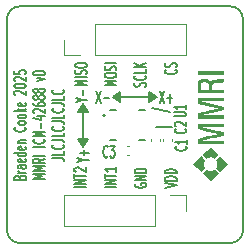
<source format=gbr>
%TF.GenerationSoftware,KiCad,Pcbnew,7.0.10*%
%TF.CreationDate,2025-02-08T17:23:52-05:00*%
%TF.ProjectId,pcb2,70636232-2e6b-4696-9361-645f70636258,rev?*%
%TF.SameCoordinates,Original*%
%TF.FileFunction,Legend,Top*%
%TF.FilePolarity,Positive*%
%FSLAX46Y46*%
G04 Gerber Fmt 4.6, Leading zero omitted, Abs format (unit mm)*
G04 Created by KiCad (PCBNEW 7.0.10) date 2025-02-08 17:23:52*
%MOMM*%
%LPD*%
G01*
G04 APERTURE LIST*
%ADD10C,0.150000*%
%ADD11C,0.200000*%
%ADD12C,0.127000*%
%ADD13C,0.120000*%
G04 APERTURE END LIST*
D10*
X156093628Y-101521428D02*
X156569819Y-101521428D01*
X155569819Y-101721428D02*
X156093628Y-101521428D01*
X156093628Y-101521428D02*
X155569819Y-101321428D01*
X156188866Y-101121427D02*
X156188866Y-100664285D01*
X157328571Y-100746569D02*
X157728571Y-101746569D01*
X157728571Y-100746569D02*
X157328571Y-101746569D01*
X157957143Y-101365616D02*
X158414286Y-101365616D01*
X161750000Y-101275000D02*
X159350000Y-101275000D01*
X156193628Y-106621428D02*
X156669819Y-106621428D01*
X155669819Y-106821428D02*
X156193628Y-106621428D01*
X156193628Y-106621428D02*
X155669819Y-106421428D01*
X156288866Y-106221427D02*
X156288866Y-105764285D01*
X156669819Y-105992856D02*
X155907914Y-105992856D01*
X162678571Y-100746569D02*
X163078571Y-101746569D01*
X163078571Y-100746569D02*
X162678571Y-101746569D01*
X163307143Y-101365616D02*
X163764286Y-101365616D01*
X163535714Y-101746569D02*
X163535714Y-100984664D01*
X156200000Y-104950000D02*
X156200000Y-102550000D01*
X156600000Y-102550000D02*
X155750000Y-102550000D01*
X156200000Y-101900000D01*
X156600000Y-102550000D01*
G36*
X156600000Y-102550000D02*
G01*
X155750000Y-102550000D01*
X156200000Y-101900000D01*
X156600000Y-102550000D01*
G37*
X156200000Y-105500000D02*
X155800000Y-104850000D01*
X156650000Y-104850000D01*
X156200000Y-105500000D01*
G36*
X156200000Y-105500000D02*
G01*
X155800000Y-104850000D01*
X156650000Y-104850000D01*
X156200000Y-105500000D01*
G37*
X159350000Y-101700000D02*
X158700000Y-101250000D01*
X159350000Y-100850000D01*
X159350000Y-101700000D01*
G36*
X159350000Y-101700000D02*
G01*
X158700000Y-101250000D01*
X159350000Y-100850000D01*
X159350000Y-101700000D01*
G37*
X162450000Y-101300000D02*
X161800000Y-101700000D01*
X161800000Y-100850000D01*
X162450000Y-101300000D01*
G36*
X162450000Y-101300000D02*
G01*
X161800000Y-101700000D01*
X161800000Y-100850000D01*
X162450000Y-101300000D01*
G37*
X163700000Y-103800000D02*
X162400000Y-103850000D01*
D11*
X163600000Y-102550000D02*
X162000000Y-102200000D01*
D10*
X149750000Y-112550000D02*
G75*
G03*
X150850000Y-113650000I1100000J0D01*
G01*
X168650000Y-113650000D02*
G75*
G03*
X169750000Y-112550000I0J1100000D01*
G01*
X168650000Y-113650000D02*
X150850000Y-113650000D01*
X150850000Y-93600000D02*
G75*
G03*
X149750000Y-94700000I0J-1100000D01*
G01*
X149750000Y-112550000D02*
X149750000Y-94700000D01*
X169750000Y-94700000D02*
G75*
G03*
X168650000Y-93600000I-1100000J0D01*
G01*
X169750000Y-94700000D02*
X169750000Y-112550000D01*
X150850000Y-93600000D02*
X168650000Y-93600000D01*
X164024580Y-98957142D02*
X164072200Y-98985714D01*
X164072200Y-98985714D02*
X164119819Y-99071428D01*
X164119819Y-99071428D02*
X164119819Y-99128571D01*
X164119819Y-99128571D02*
X164072200Y-99214285D01*
X164072200Y-99214285D02*
X163976961Y-99271428D01*
X163976961Y-99271428D02*
X163881723Y-99299999D01*
X163881723Y-99299999D02*
X163691247Y-99328571D01*
X163691247Y-99328571D02*
X163548390Y-99328571D01*
X163548390Y-99328571D02*
X163357914Y-99299999D01*
X163357914Y-99299999D02*
X163262676Y-99271428D01*
X163262676Y-99271428D02*
X163167438Y-99214285D01*
X163167438Y-99214285D02*
X163119819Y-99128571D01*
X163119819Y-99128571D02*
X163119819Y-99071428D01*
X163119819Y-99071428D02*
X163167438Y-98985714D01*
X163167438Y-98985714D02*
X163215057Y-98957142D01*
X164072200Y-98728571D02*
X164119819Y-98642857D01*
X164119819Y-98642857D02*
X164119819Y-98499999D01*
X164119819Y-98499999D02*
X164072200Y-98442857D01*
X164072200Y-98442857D02*
X164024580Y-98414285D01*
X164024580Y-98414285D02*
X163929342Y-98385714D01*
X163929342Y-98385714D02*
X163834104Y-98385714D01*
X163834104Y-98385714D02*
X163738866Y-98414285D01*
X163738866Y-98414285D02*
X163691247Y-98442857D01*
X163691247Y-98442857D02*
X163643628Y-98499999D01*
X163643628Y-98499999D02*
X163596009Y-98614285D01*
X163596009Y-98614285D02*
X163548390Y-98671428D01*
X163548390Y-98671428D02*
X163500771Y-98699999D01*
X163500771Y-98699999D02*
X163405533Y-98728571D01*
X163405533Y-98728571D02*
X163310295Y-98728571D01*
X163310295Y-98728571D02*
X163215057Y-98699999D01*
X163215057Y-98699999D02*
X163167438Y-98671428D01*
X163167438Y-98671428D02*
X163119819Y-98614285D01*
X163119819Y-98614285D02*
X163119819Y-98471428D01*
X163119819Y-98471428D02*
X163167438Y-98385714D01*
X159019819Y-100299998D02*
X158019819Y-100299998D01*
X158019819Y-100299998D02*
X158734104Y-100099998D01*
X158734104Y-100099998D02*
X158019819Y-99899998D01*
X158019819Y-99899998D02*
X159019819Y-99899998D01*
X158019819Y-99499999D02*
X158019819Y-99385713D01*
X158019819Y-99385713D02*
X158067438Y-99328570D01*
X158067438Y-99328570D02*
X158162676Y-99271427D01*
X158162676Y-99271427D02*
X158353152Y-99242856D01*
X158353152Y-99242856D02*
X158686485Y-99242856D01*
X158686485Y-99242856D02*
X158876961Y-99271427D01*
X158876961Y-99271427D02*
X158972200Y-99328570D01*
X158972200Y-99328570D02*
X159019819Y-99385713D01*
X159019819Y-99385713D02*
X159019819Y-99499999D01*
X159019819Y-99499999D02*
X158972200Y-99557142D01*
X158972200Y-99557142D02*
X158876961Y-99614284D01*
X158876961Y-99614284D02*
X158686485Y-99642856D01*
X158686485Y-99642856D02*
X158353152Y-99642856D01*
X158353152Y-99642856D02*
X158162676Y-99614284D01*
X158162676Y-99614284D02*
X158067438Y-99557142D01*
X158067438Y-99557142D02*
X158019819Y-99499999D01*
X158972200Y-99014285D02*
X159019819Y-98928571D01*
X159019819Y-98928571D02*
X159019819Y-98785713D01*
X159019819Y-98785713D02*
X158972200Y-98728571D01*
X158972200Y-98728571D02*
X158924580Y-98699999D01*
X158924580Y-98699999D02*
X158829342Y-98671428D01*
X158829342Y-98671428D02*
X158734104Y-98671428D01*
X158734104Y-98671428D02*
X158638866Y-98699999D01*
X158638866Y-98699999D02*
X158591247Y-98728571D01*
X158591247Y-98728571D02*
X158543628Y-98785713D01*
X158543628Y-98785713D02*
X158496009Y-98899999D01*
X158496009Y-98899999D02*
X158448390Y-98957142D01*
X158448390Y-98957142D02*
X158400771Y-98985713D01*
X158400771Y-98985713D02*
X158305533Y-99014285D01*
X158305533Y-99014285D02*
X158210295Y-99014285D01*
X158210295Y-99014285D02*
X158115057Y-98985713D01*
X158115057Y-98985713D02*
X158067438Y-98957142D01*
X158067438Y-98957142D02*
X158019819Y-98899999D01*
X158019819Y-98899999D02*
X158019819Y-98757142D01*
X158019819Y-98757142D02*
X158067438Y-98671428D01*
X159019819Y-98414284D02*
X158019819Y-98414284D01*
X161472200Y-100414285D02*
X161519819Y-100328571D01*
X161519819Y-100328571D02*
X161519819Y-100185713D01*
X161519819Y-100185713D02*
X161472200Y-100128571D01*
X161472200Y-100128571D02*
X161424580Y-100099999D01*
X161424580Y-100099999D02*
X161329342Y-100071428D01*
X161329342Y-100071428D02*
X161234104Y-100071428D01*
X161234104Y-100071428D02*
X161138866Y-100099999D01*
X161138866Y-100099999D02*
X161091247Y-100128571D01*
X161091247Y-100128571D02*
X161043628Y-100185713D01*
X161043628Y-100185713D02*
X160996009Y-100299999D01*
X160996009Y-100299999D02*
X160948390Y-100357142D01*
X160948390Y-100357142D02*
X160900771Y-100385713D01*
X160900771Y-100385713D02*
X160805533Y-100414285D01*
X160805533Y-100414285D02*
X160710295Y-100414285D01*
X160710295Y-100414285D02*
X160615057Y-100385713D01*
X160615057Y-100385713D02*
X160567438Y-100357142D01*
X160567438Y-100357142D02*
X160519819Y-100299999D01*
X160519819Y-100299999D02*
X160519819Y-100157142D01*
X160519819Y-100157142D02*
X160567438Y-100071428D01*
X161424580Y-99471427D02*
X161472200Y-99499999D01*
X161472200Y-99499999D02*
X161519819Y-99585713D01*
X161519819Y-99585713D02*
X161519819Y-99642856D01*
X161519819Y-99642856D02*
X161472200Y-99728570D01*
X161472200Y-99728570D02*
X161376961Y-99785713D01*
X161376961Y-99785713D02*
X161281723Y-99814284D01*
X161281723Y-99814284D02*
X161091247Y-99842856D01*
X161091247Y-99842856D02*
X160948390Y-99842856D01*
X160948390Y-99842856D02*
X160757914Y-99814284D01*
X160757914Y-99814284D02*
X160662676Y-99785713D01*
X160662676Y-99785713D02*
X160567438Y-99728570D01*
X160567438Y-99728570D02*
X160519819Y-99642856D01*
X160519819Y-99642856D02*
X160519819Y-99585713D01*
X160519819Y-99585713D02*
X160567438Y-99499999D01*
X160567438Y-99499999D02*
X160615057Y-99471427D01*
X161519819Y-98928570D02*
X161519819Y-99214284D01*
X161519819Y-99214284D02*
X160519819Y-99214284D01*
X161519819Y-98728570D02*
X160519819Y-98728570D01*
X161519819Y-98385713D02*
X160948390Y-98642856D01*
X160519819Y-98385713D02*
X161091247Y-98728570D01*
X156519819Y-100299998D02*
X155519819Y-100299998D01*
X155519819Y-100299998D02*
X156234104Y-100099998D01*
X156234104Y-100099998D02*
X155519819Y-99899998D01*
X155519819Y-99899998D02*
X156519819Y-99899998D01*
X156519819Y-99614284D02*
X155519819Y-99614284D01*
X156472200Y-99357142D02*
X156519819Y-99271428D01*
X156519819Y-99271428D02*
X156519819Y-99128570D01*
X156519819Y-99128570D02*
X156472200Y-99071428D01*
X156472200Y-99071428D02*
X156424580Y-99042856D01*
X156424580Y-99042856D02*
X156329342Y-99014285D01*
X156329342Y-99014285D02*
X156234104Y-99014285D01*
X156234104Y-99014285D02*
X156138866Y-99042856D01*
X156138866Y-99042856D02*
X156091247Y-99071428D01*
X156091247Y-99071428D02*
X156043628Y-99128570D01*
X156043628Y-99128570D02*
X155996009Y-99242856D01*
X155996009Y-99242856D02*
X155948390Y-99299999D01*
X155948390Y-99299999D02*
X155900771Y-99328570D01*
X155900771Y-99328570D02*
X155805533Y-99357142D01*
X155805533Y-99357142D02*
X155710295Y-99357142D01*
X155710295Y-99357142D02*
X155615057Y-99328570D01*
X155615057Y-99328570D02*
X155567438Y-99299999D01*
X155567438Y-99299999D02*
X155519819Y-99242856D01*
X155519819Y-99242856D02*
X155519819Y-99099999D01*
X155519819Y-99099999D02*
X155567438Y-99014285D01*
X155519819Y-98642856D02*
X155519819Y-98528570D01*
X155519819Y-98528570D02*
X155567438Y-98471427D01*
X155567438Y-98471427D02*
X155662676Y-98414284D01*
X155662676Y-98414284D02*
X155853152Y-98385713D01*
X155853152Y-98385713D02*
X156186485Y-98385713D01*
X156186485Y-98385713D02*
X156376961Y-98414284D01*
X156376961Y-98414284D02*
X156472200Y-98471427D01*
X156472200Y-98471427D02*
X156519819Y-98528570D01*
X156519819Y-98528570D02*
X156519819Y-98642856D01*
X156519819Y-98642856D02*
X156472200Y-98699999D01*
X156472200Y-98699999D02*
X156376961Y-98757141D01*
X156376961Y-98757141D02*
X156186485Y-98785713D01*
X156186485Y-98785713D02*
X155853152Y-98785713D01*
X155853152Y-98785713D02*
X155662676Y-98757141D01*
X155662676Y-98757141D02*
X155567438Y-98699999D01*
X155567438Y-98699999D02*
X155519819Y-98642856D01*
X163119819Y-108950000D02*
X164119819Y-108750000D01*
X164119819Y-108750000D02*
X163119819Y-108550000D01*
X164119819Y-108349999D02*
X163119819Y-108349999D01*
X163119819Y-108349999D02*
X163119819Y-108207142D01*
X163119819Y-108207142D02*
X163167438Y-108121428D01*
X163167438Y-108121428D02*
X163262676Y-108064285D01*
X163262676Y-108064285D02*
X163357914Y-108035714D01*
X163357914Y-108035714D02*
X163548390Y-108007142D01*
X163548390Y-108007142D02*
X163691247Y-108007142D01*
X163691247Y-108007142D02*
X163881723Y-108035714D01*
X163881723Y-108035714D02*
X163976961Y-108064285D01*
X163976961Y-108064285D02*
X164072200Y-108121428D01*
X164072200Y-108121428D02*
X164119819Y-108207142D01*
X164119819Y-108207142D02*
X164119819Y-108349999D01*
X164119819Y-107749999D02*
X163119819Y-107749999D01*
X163119819Y-107749999D02*
X163119819Y-107607142D01*
X163119819Y-107607142D02*
X163167438Y-107521428D01*
X163167438Y-107521428D02*
X163262676Y-107464285D01*
X163262676Y-107464285D02*
X163357914Y-107435714D01*
X163357914Y-107435714D02*
X163548390Y-107407142D01*
X163548390Y-107407142D02*
X163691247Y-107407142D01*
X163691247Y-107407142D02*
X163881723Y-107435714D01*
X163881723Y-107435714D02*
X163976961Y-107464285D01*
X163976961Y-107464285D02*
X164072200Y-107521428D01*
X164072200Y-107521428D02*
X164119819Y-107607142D01*
X164119819Y-107607142D02*
X164119819Y-107749999D01*
X160617438Y-108614285D02*
X160569819Y-108671428D01*
X160569819Y-108671428D02*
X160569819Y-108757142D01*
X160569819Y-108757142D02*
X160617438Y-108842856D01*
X160617438Y-108842856D02*
X160712676Y-108899999D01*
X160712676Y-108899999D02*
X160807914Y-108928570D01*
X160807914Y-108928570D02*
X160998390Y-108957142D01*
X160998390Y-108957142D02*
X161141247Y-108957142D01*
X161141247Y-108957142D02*
X161331723Y-108928570D01*
X161331723Y-108928570D02*
X161426961Y-108899999D01*
X161426961Y-108899999D02*
X161522200Y-108842856D01*
X161522200Y-108842856D02*
X161569819Y-108757142D01*
X161569819Y-108757142D02*
X161569819Y-108699999D01*
X161569819Y-108699999D02*
X161522200Y-108614285D01*
X161522200Y-108614285D02*
X161474580Y-108585713D01*
X161474580Y-108585713D02*
X161141247Y-108585713D01*
X161141247Y-108585713D02*
X161141247Y-108699999D01*
X161569819Y-108328570D02*
X160569819Y-108328570D01*
X160569819Y-108328570D02*
X161569819Y-107985713D01*
X161569819Y-107985713D02*
X160569819Y-107985713D01*
X161569819Y-107699999D02*
X160569819Y-107699999D01*
X160569819Y-107699999D02*
X160569819Y-107557142D01*
X160569819Y-107557142D02*
X160617438Y-107471428D01*
X160617438Y-107471428D02*
X160712676Y-107414285D01*
X160712676Y-107414285D02*
X160807914Y-107385714D01*
X160807914Y-107385714D02*
X160998390Y-107357142D01*
X160998390Y-107357142D02*
X161141247Y-107357142D01*
X161141247Y-107357142D02*
X161331723Y-107385714D01*
X161331723Y-107385714D02*
X161426961Y-107414285D01*
X161426961Y-107414285D02*
X161522200Y-107471428D01*
X161522200Y-107471428D02*
X161569819Y-107557142D01*
X161569819Y-107557142D02*
X161569819Y-107699999D01*
X159019819Y-108928570D02*
X158019819Y-108928570D01*
X159019819Y-108642856D02*
X158019819Y-108642856D01*
X158019819Y-108642856D02*
X159019819Y-108299999D01*
X159019819Y-108299999D02*
X158019819Y-108299999D01*
X158019819Y-108100000D02*
X158019819Y-107757143D01*
X159019819Y-107928571D02*
X158019819Y-107928571D01*
X159019819Y-107242857D02*
X159019819Y-107585714D01*
X159019819Y-107414285D02*
X158019819Y-107414285D01*
X158019819Y-107414285D02*
X158162676Y-107471428D01*
X158162676Y-107471428D02*
X158257914Y-107528571D01*
X158257914Y-107528571D02*
X158305533Y-107585714D01*
X156469819Y-108928570D02*
X155469819Y-108928570D01*
X156469819Y-108642856D02*
X155469819Y-108642856D01*
X155469819Y-108642856D02*
X156469819Y-108299999D01*
X156469819Y-108299999D02*
X155469819Y-108299999D01*
X155469819Y-108100000D02*
X155469819Y-107757143D01*
X156469819Y-107928571D02*
X155469819Y-107928571D01*
X155565057Y-107585714D02*
X155517438Y-107557142D01*
X155517438Y-107557142D02*
X155469819Y-107500000D01*
X155469819Y-107500000D02*
X155469819Y-107357142D01*
X155469819Y-107357142D02*
X155517438Y-107300000D01*
X155517438Y-107300000D02*
X155565057Y-107271428D01*
X155565057Y-107271428D02*
X155660295Y-107242857D01*
X155660295Y-107242857D02*
X155755533Y-107242857D01*
X155755533Y-107242857D02*
X155898390Y-107271428D01*
X155898390Y-107271428D02*
X156469819Y-107614285D01*
X156469819Y-107614285D02*
X156469819Y-107242857D01*
X150847759Y-108074286D02*
X150895378Y-107988572D01*
X150895378Y-107988572D02*
X150942997Y-107960001D01*
X150942997Y-107960001D02*
X151038235Y-107931429D01*
X151038235Y-107931429D02*
X151181092Y-107931429D01*
X151181092Y-107931429D02*
X151276330Y-107960001D01*
X151276330Y-107960001D02*
X151323950Y-107988572D01*
X151323950Y-107988572D02*
X151371569Y-108045715D01*
X151371569Y-108045715D02*
X151371569Y-108274286D01*
X151371569Y-108274286D02*
X150371569Y-108274286D01*
X150371569Y-108274286D02*
X150371569Y-108074286D01*
X150371569Y-108074286D02*
X150419188Y-108017144D01*
X150419188Y-108017144D02*
X150466807Y-107988572D01*
X150466807Y-107988572D02*
X150562045Y-107960001D01*
X150562045Y-107960001D02*
X150657283Y-107960001D01*
X150657283Y-107960001D02*
X150752521Y-107988572D01*
X150752521Y-107988572D02*
X150800140Y-108017144D01*
X150800140Y-108017144D02*
X150847759Y-108074286D01*
X150847759Y-108074286D02*
X150847759Y-108274286D01*
X151371569Y-107674286D02*
X150704902Y-107674286D01*
X150895378Y-107674286D02*
X150800140Y-107645715D01*
X150800140Y-107645715D02*
X150752521Y-107617144D01*
X150752521Y-107617144D02*
X150704902Y-107560001D01*
X150704902Y-107560001D02*
X150704902Y-107502858D01*
X151371569Y-107045715D02*
X150847759Y-107045715D01*
X150847759Y-107045715D02*
X150752521Y-107074286D01*
X150752521Y-107074286D02*
X150704902Y-107131429D01*
X150704902Y-107131429D02*
X150704902Y-107245715D01*
X150704902Y-107245715D02*
X150752521Y-107302857D01*
X151323950Y-107045715D02*
X151371569Y-107102857D01*
X151371569Y-107102857D02*
X151371569Y-107245715D01*
X151371569Y-107245715D02*
X151323950Y-107302857D01*
X151323950Y-107302857D02*
X151228711Y-107331429D01*
X151228711Y-107331429D02*
X151133473Y-107331429D01*
X151133473Y-107331429D02*
X151038235Y-107302857D01*
X151038235Y-107302857D02*
X150990616Y-107245715D01*
X150990616Y-107245715D02*
X150990616Y-107102857D01*
X150990616Y-107102857D02*
X150942997Y-107045715D01*
X151323950Y-106531429D02*
X151371569Y-106588572D01*
X151371569Y-106588572D02*
X151371569Y-106702858D01*
X151371569Y-106702858D02*
X151323950Y-106760000D01*
X151323950Y-106760000D02*
X151228711Y-106788572D01*
X151228711Y-106788572D02*
X150847759Y-106788572D01*
X150847759Y-106788572D02*
X150752521Y-106760000D01*
X150752521Y-106760000D02*
X150704902Y-106702858D01*
X150704902Y-106702858D02*
X150704902Y-106588572D01*
X150704902Y-106588572D02*
X150752521Y-106531429D01*
X150752521Y-106531429D02*
X150847759Y-106502858D01*
X150847759Y-106502858D02*
X150942997Y-106502858D01*
X150942997Y-106502858D02*
X151038235Y-106788572D01*
X151371569Y-105988572D02*
X150371569Y-105988572D01*
X151323950Y-105988572D02*
X151371569Y-106045714D01*
X151371569Y-106045714D02*
X151371569Y-106160000D01*
X151371569Y-106160000D02*
X151323950Y-106217143D01*
X151323950Y-106217143D02*
X151276330Y-106245714D01*
X151276330Y-106245714D02*
X151181092Y-106274286D01*
X151181092Y-106274286D02*
X150895378Y-106274286D01*
X150895378Y-106274286D02*
X150800140Y-106245714D01*
X150800140Y-106245714D02*
X150752521Y-106217143D01*
X150752521Y-106217143D02*
X150704902Y-106160000D01*
X150704902Y-106160000D02*
X150704902Y-106045714D01*
X150704902Y-106045714D02*
X150752521Y-105988572D01*
X151323950Y-105474286D02*
X151371569Y-105531429D01*
X151371569Y-105531429D02*
X151371569Y-105645715D01*
X151371569Y-105645715D02*
X151323950Y-105702857D01*
X151323950Y-105702857D02*
X151228711Y-105731429D01*
X151228711Y-105731429D02*
X150847759Y-105731429D01*
X150847759Y-105731429D02*
X150752521Y-105702857D01*
X150752521Y-105702857D02*
X150704902Y-105645715D01*
X150704902Y-105645715D02*
X150704902Y-105531429D01*
X150704902Y-105531429D02*
X150752521Y-105474286D01*
X150752521Y-105474286D02*
X150847759Y-105445715D01*
X150847759Y-105445715D02*
X150942997Y-105445715D01*
X150942997Y-105445715D02*
X151038235Y-105731429D01*
X150704902Y-105188571D02*
X151371569Y-105188571D01*
X150800140Y-105188571D02*
X150752521Y-105160000D01*
X150752521Y-105160000D02*
X150704902Y-105102857D01*
X150704902Y-105102857D02*
X150704902Y-105017143D01*
X150704902Y-105017143D02*
X150752521Y-104960000D01*
X150752521Y-104960000D02*
X150847759Y-104931429D01*
X150847759Y-104931429D02*
X151371569Y-104931429D01*
X151276330Y-103845714D02*
X151323950Y-103874286D01*
X151323950Y-103874286D02*
X151371569Y-103960000D01*
X151371569Y-103960000D02*
X151371569Y-104017143D01*
X151371569Y-104017143D02*
X151323950Y-104102857D01*
X151323950Y-104102857D02*
X151228711Y-104160000D01*
X151228711Y-104160000D02*
X151133473Y-104188571D01*
X151133473Y-104188571D02*
X150942997Y-104217143D01*
X150942997Y-104217143D02*
X150800140Y-104217143D01*
X150800140Y-104217143D02*
X150609664Y-104188571D01*
X150609664Y-104188571D02*
X150514426Y-104160000D01*
X150514426Y-104160000D02*
X150419188Y-104102857D01*
X150419188Y-104102857D02*
X150371569Y-104017143D01*
X150371569Y-104017143D02*
X150371569Y-103960000D01*
X150371569Y-103960000D02*
X150419188Y-103874286D01*
X150419188Y-103874286D02*
X150466807Y-103845714D01*
X151371569Y-103502857D02*
X151323950Y-103560000D01*
X151323950Y-103560000D02*
X151276330Y-103588571D01*
X151276330Y-103588571D02*
X151181092Y-103617143D01*
X151181092Y-103617143D02*
X150895378Y-103617143D01*
X150895378Y-103617143D02*
X150800140Y-103588571D01*
X150800140Y-103588571D02*
X150752521Y-103560000D01*
X150752521Y-103560000D02*
X150704902Y-103502857D01*
X150704902Y-103502857D02*
X150704902Y-103417143D01*
X150704902Y-103417143D02*
X150752521Y-103360000D01*
X150752521Y-103360000D02*
X150800140Y-103331429D01*
X150800140Y-103331429D02*
X150895378Y-103302857D01*
X150895378Y-103302857D02*
X151181092Y-103302857D01*
X151181092Y-103302857D02*
X151276330Y-103331429D01*
X151276330Y-103331429D02*
X151323950Y-103360000D01*
X151323950Y-103360000D02*
X151371569Y-103417143D01*
X151371569Y-103417143D02*
X151371569Y-103502857D01*
X151371569Y-102960000D02*
X151323950Y-103017143D01*
X151323950Y-103017143D02*
X151276330Y-103045714D01*
X151276330Y-103045714D02*
X151181092Y-103074286D01*
X151181092Y-103074286D02*
X150895378Y-103074286D01*
X150895378Y-103074286D02*
X150800140Y-103045714D01*
X150800140Y-103045714D02*
X150752521Y-103017143D01*
X150752521Y-103017143D02*
X150704902Y-102960000D01*
X150704902Y-102960000D02*
X150704902Y-102874286D01*
X150704902Y-102874286D02*
X150752521Y-102817143D01*
X150752521Y-102817143D02*
X150800140Y-102788572D01*
X150800140Y-102788572D02*
X150895378Y-102760000D01*
X150895378Y-102760000D02*
X151181092Y-102760000D01*
X151181092Y-102760000D02*
X151276330Y-102788572D01*
X151276330Y-102788572D02*
X151323950Y-102817143D01*
X151323950Y-102817143D02*
X151371569Y-102874286D01*
X151371569Y-102874286D02*
X151371569Y-102960000D01*
X151371569Y-102502857D02*
X150371569Y-102502857D01*
X150990616Y-102445715D02*
X151371569Y-102274286D01*
X150704902Y-102274286D02*
X151085854Y-102502857D01*
X151323950Y-101788572D02*
X151371569Y-101845715D01*
X151371569Y-101845715D02*
X151371569Y-101960001D01*
X151371569Y-101960001D02*
X151323950Y-102017143D01*
X151323950Y-102017143D02*
X151228711Y-102045715D01*
X151228711Y-102045715D02*
X150847759Y-102045715D01*
X150847759Y-102045715D02*
X150752521Y-102017143D01*
X150752521Y-102017143D02*
X150704902Y-101960001D01*
X150704902Y-101960001D02*
X150704902Y-101845715D01*
X150704902Y-101845715D02*
X150752521Y-101788572D01*
X150752521Y-101788572D02*
X150847759Y-101760001D01*
X150847759Y-101760001D02*
X150942997Y-101760001D01*
X150942997Y-101760001D02*
X151038235Y-102045715D01*
X150466807Y-101074286D02*
X150419188Y-101045714D01*
X150419188Y-101045714D02*
X150371569Y-100988572D01*
X150371569Y-100988572D02*
X150371569Y-100845714D01*
X150371569Y-100845714D02*
X150419188Y-100788572D01*
X150419188Y-100788572D02*
X150466807Y-100760000D01*
X150466807Y-100760000D02*
X150562045Y-100731429D01*
X150562045Y-100731429D02*
X150657283Y-100731429D01*
X150657283Y-100731429D02*
X150800140Y-100760000D01*
X150800140Y-100760000D02*
X151371569Y-101102857D01*
X151371569Y-101102857D02*
X151371569Y-100731429D01*
X150371569Y-100360000D02*
X150371569Y-100302857D01*
X150371569Y-100302857D02*
X150419188Y-100245714D01*
X150419188Y-100245714D02*
X150466807Y-100217143D01*
X150466807Y-100217143D02*
X150562045Y-100188571D01*
X150562045Y-100188571D02*
X150752521Y-100160000D01*
X150752521Y-100160000D02*
X150990616Y-100160000D01*
X150990616Y-100160000D02*
X151181092Y-100188571D01*
X151181092Y-100188571D02*
X151276330Y-100217143D01*
X151276330Y-100217143D02*
X151323950Y-100245714D01*
X151323950Y-100245714D02*
X151371569Y-100302857D01*
X151371569Y-100302857D02*
X151371569Y-100360000D01*
X151371569Y-100360000D02*
X151323950Y-100417143D01*
X151323950Y-100417143D02*
X151276330Y-100445714D01*
X151276330Y-100445714D02*
X151181092Y-100474285D01*
X151181092Y-100474285D02*
X150990616Y-100502857D01*
X150990616Y-100502857D02*
X150752521Y-100502857D01*
X150752521Y-100502857D02*
X150562045Y-100474285D01*
X150562045Y-100474285D02*
X150466807Y-100445714D01*
X150466807Y-100445714D02*
X150419188Y-100417143D01*
X150419188Y-100417143D02*
X150371569Y-100360000D01*
X150466807Y-99931428D02*
X150419188Y-99902856D01*
X150419188Y-99902856D02*
X150371569Y-99845714D01*
X150371569Y-99845714D02*
X150371569Y-99702856D01*
X150371569Y-99702856D02*
X150419188Y-99645714D01*
X150419188Y-99645714D02*
X150466807Y-99617142D01*
X150466807Y-99617142D02*
X150562045Y-99588571D01*
X150562045Y-99588571D02*
X150657283Y-99588571D01*
X150657283Y-99588571D02*
X150800140Y-99617142D01*
X150800140Y-99617142D02*
X151371569Y-99959999D01*
X151371569Y-99959999D02*
X151371569Y-99588571D01*
X150371569Y-99045713D02*
X150371569Y-99331427D01*
X150371569Y-99331427D02*
X150847759Y-99359999D01*
X150847759Y-99359999D02*
X150800140Y-99331427D01*
X150800140Y-99331427D02*
X150752521Y-99274285D01*
X150752521Y-99274285D02*
X150752521Y-99131427D01*
X150752521Y-99131427D02*
X150800140Y-99074285D01*
X150800140Y-99074285D02*
X150847759Y-99045713D01*
X150847759Y-99045713D02*
X150942997Y-99017142D01*
X150942997Y-99017142D02*
X151181092Y-99017142D01*
X151181092Y-99017142D02*
X151276330Y-99045713D01*
X151276330Y-99045713D02*
X151323950Y-99074285D01*
X151323950Y-99074285D02*
X151371569Y-99131427D01*
X151371569Y-99131427D02*
X151371569Y-99274285D01*
X151371569Y-99274285D02*
X151323950Y-99331427D01*
X151323950Y-99331427D02*
X151276330Y-99359999D01*
X152981569Y-108202857D02*
X151981569Y-108202857D01*
X151981569Y-108202857D02*
X152695854Y-108002857D01*
X152695854Y-108002857D02*
X151981569Y-107802857D01*
X151981569Y-107802857D02*
X152981569Y-107802857D01*
X152981569Y-107517143D02*
X151981569Y-107517143D01*
X151981569Y-107517143D02*
X152695854Y-107317143D01*
X152695854Y-107317143D02*
X151981569Y-107117143D01*
X151981569Y-107117143D02*
X152981569Y-107117143D01*
X152981569Y-106488572D02*
X152505378Y-106688572D01*
X152981569Y-106831429D02*
X151981569Y-106831429D01*
X151981569Y-106831429D02*
X151981569Y-106602858D01*
X151981569Y-106602858D02*
X152029188Y-106545715D01*
X152029188Y-106545715D02*
X152076807Y-106517144D01*
X152076807Y-106517144D02*
X152172045Y-106488572D01*
X152172045Y-106488572D02*
X152314902Y-106488572D01*
X152314902Y-106488572D02*
X152410140Y-106517144D01*
X152410140Y-106517144D02*
X152457759Y-106545715D01*
X152457759Y-106545715D02*
X152505378Y-106602858D01*
X152505378Y-106602858D02*
X152505378Y-106831429D01*
X152981569Y-106231429D02*
X151981569Y-106231429D01*
X152981569Y-105488572D02*
X151981569Y-105488572D01*
X152886330Y-104860001D02*
X152933950Y-104888573D01*
X152933950Y-104888573D02*
X152981569Y-104974287D01*
X152981569Y-104974287D02*
X152981569Y-105031430D01*
X152981569Y-105031430D02*
X152933950Y-105117144D01*
X152933950Y-105117144D02*
X152838711Y-105174287D01*
X152838711Y-105174287D02*
X152743473Y-105202858D01*
X152743473Y-105202858D02*
X152552997Y-105231430D01*
X152552997Y-105231430D02*
X152410140Y-105231430D01*
X152410140Y-105231430D02*
X152219664Y-105202858D01*
X152219664Y-105202858D02*
X152124426Y-105174287D01*
X152124426Y-105174287D02*
X152029188Y-105117144D01*
X152029188Y-105117144D02*
X151981569Y-105031430D01*
X151981569Y-105031430D02*
X151981569Y-104974287D01*
X151981569Y-104974287D02*
X152029188Y-104888573D01*
X152029188Y-104888573D02*
X152076807Y-104860001D01*
X152981569Y-104602858D02*
X151981569Y-104602858D01*
X151981569Y-104602858D02*
X152695854Y-104402858D01*
X152695854Y-104402858D02*
X151981569Y-104202858D01*
X151981569Y-104202858D02*
X152981569Y-104202858D01*
X152600616Y-103917144D02*
X152600616Y-103460002D01*
X152314902Y-102917145D02*
X152981569Y-102917145D01*
X151933950Y-103060002D02*
X152648235Y-103202859D01*
X152648235Y-103202859D02*
X152648235Y-102831430D01*
X152076807Y-102631430D02*
X152029188Y-102602858D01*
X152029188Y-102602858D02*
X151981569Y-102545716D01*
X151981569Y-102545716D02*
X151981569Y-102402858D01*
X151981569Y-102402858D02*
X152029188Y-102345716D01*
X152029188Y-102345716D02*
X152076807Y-102317144D01*
X152076807Y-102317144D02*
X152172045Y-102288573D01*
X152172045Y-102288573D02*
X152267283Y-102288573D01*
X152267283Y-102288573D02*
X152410140Y-102317144D01*
X152410140Y-102317144D02*
X152981569Y-102660001D01*
X152981569Y-102660001D02*
X152981569Y-102288573D01*
X151981569Y-101774287D02*
X151981569Y-101888572D01*
X151981569Y-101888572D02*
X152029188Y-101945715D01*
X152029188Y-101945715D02*
X152076807Y-101974287D01*
X152076807Y-101974287D02*
X152219664Y-102031429D01*
X152219664Y-102031429D02*
X152410140Y-102060001D01*
X152410140Y-102060001D02*
X152791092Y-102060001D01*
X152791092Y-102060001D02*
X152886330Y-102031429D01*
X152886330Y-102031429D02*
X152933950Y-102002858D01*
X152933950Y-102002858D02*
X152981569Y-101945715D01*
X152981569Y-101945715D02*
X152981569Y-101831429D01*
X152981569Y-101831429D02*
X152933950Y-101774287D01*
X152933950Y-101774287D02*
X152886330Y-101745715D01*
X152886330Y-101745715D02*
X152791092Y-101717144D01*
X152791092Y-101717144D02*
X152552997Y-101717144D01*
X152552997Y-101717144D02*
X152457759Y-101745715D01*
X152457759Y-101745715D02*
X152410140Y-101774287D01*
X152410140Y-101774287D02*
X152362521Y-101831429D01*
X152362521Y-101831429D02*
X152362521Y-101945715D01*
X152362521Y-101945715D02*
X152410140Y-102002858D01*
X152410140Y-102002858D02*
X152457759Y-102031429D01*
X152457759Y-102031429D02*
X152552997Y-102060001D01*
X152410140Y-101374286D02*
X152362521Y-101431429D01*
X152362521Y-101431429D02*
X152314902Y-101460000D01*
X152314902Y-101460000D02*
X152219664Y-101488572D01*
X152219664Y-101488572D02*
X152172045Y-101488572D01*
X152172045Y-101488572D02*
X152076807Y-101460000D01*
X152076807Y-101460000D02*
X152029188Y-101431429D01*
X152029188Y-101431429D02*
X151981569Y-101374286D01*
X151981569Y-101374286D02*
X151981569Y-101260000D01*
X151981569Y-101260000D02*
X152029188Y-101202858D01*
X152029188Y-101202858D02*
X152076807Y-101174286D01*
X152076807Y-101174286D02*
X152172045Y-101145715D01*
X152172045Y-101145715D02*
X152219664Y-101145715D01*
X152219664Y-101145715D02*
X152314902Y-101174286D01*
X152314902Y-101174286D02*
X152362521Y-101202858D01*
X152362521Y-101202858D02*
X152410140Y-101260000D01*
X152410140Y-101260000D02*
X152410140Y-101374286D01*
X152410140Y-101374286D02*
X152457759Y-101431429D01*
X152457759Y-101431429D02*
X152505378Y-101460000D01*
X152505378Y-101460000D02*
X152600616Y-101488572D01*
X152600616Y-101488572D02*
X152791092Y-101488572D01*
X152791092Y-101488572D02*
X152886330Y-101460000D01*
X152886330Y-101460000D02*
X152933950Y-101431429D01*
X152933950Y-101431429D02*
X152981569Y-101374286D01*
X152981569Y-101374286D02*
X152981569Y-101260000D01*
X152981569Y-101260000D02*
X152933950Y-101202858D01*
X152933950Y-101202858D02*
X152886330Y-101174286D01*
X152886330Y-101174286D02*
X152791092Y-101145715D01*
X152791092Y-101145715D02*
X152600616Y-101145715D01*
X152600616Y-101145715D02*
X152505378Y-101174286D01*
X152505378Y-101174286D02*
X152457759Y-101202858D01*
X152457759Y-101202858D02*
X152410140Y-101260000D01*
X152410140Y-100802857D02*
X152362521Y-100860000D01*
X152362521Y-100860000D02*
X152314902Y-100888571D01*
X152314902Y-100888571D02*
X152219664Y-100917143D01*
X152219664Y-100917143D02*
X152172045Y-100917143D01*
X152172045Y-100917143D02*
X152076807Y-100888571D01*
X152076807Y-100888571D02*
X152029188Y-100860000D01*
X152029188Y-100860000D02*
X151981569Y-100802857D01*
X151981569Y-100802857D02*
X151981569Y-100688571D01*
X151981569Y-100688571D02*
X152029188Y-100631429D01*
X152029188Y-100631429D02*
X152076807Y-100602857D01*
X152076807Y-100602857D02*
X152172045Y-100574286D01*
X152172045Y-100574286D02*
X152219664Y-100574286D01*
X152219664Y-100574286D02*
X152314902Y-100602857D01*
X152314902Y-100602857D02*
X152362521Y-100631429D01*
X152362521Y-100631429D02*
X152410140Y-100688571D01*
X152410140Y-100688571D02*
X152410140Y-100802857D01*
X152410140Y-100802857D02*
X152457759Y-100860000D01*
X152457759Y-100860000D02*
X152505378Y-100888571D01*
X152505378Y-100888571D02*
X152600616Y-100917143D01*
X152600616Y-100917143D02*
X152791092Y-100917143D01*
X152791092Y-100917143D02*
X152886330Y-100888571D01*
X152886330Y-100888571D02*
X152933950Y-100860000D01*
X152933950Y-100860000D02*
X152981569Y-100802857D01*
X152981569Y-100802857D02*
X152981569Y-100688571D01*
X152981569Y-100688571D02*
X152933950Y-100631429D01*
X152933950Y-100631429D02*
X152886330Y-100602857D01*
X152886330Y-100602857D02*
X152791092Y-100574286D01*
X152791092Y-100574286D02*
X152600616Y-100574286D01*
X152600616Y-100574286D02*
X152505378Y-100602857D01*
X152505378Y-100602857D02*
X152457759Y-100631429D01*
X152457759Y-100631429D02*
X152410140Y-100688571D01*
X152314902Y-99917142D02*
X152981569Y-99774285D01*
X152981569Y-99774285D02*
X152314902Y-99631428D01*
X151981569Y-99288571D02*
X151981569Y-99231428D01*
X151981569Y-99231428D02*
X152029188Y-99174285D01*
X152029188Y-99174285D02*
X152076807Y-99145714D01*
X152076807Y-99145714D02*
X152172045Y-99117142D01*
X152172045Y-99117142D02*
X152362521Y-99088571D01*
X152362521Y-99088571D02*
X152600616Y-99088571D01*
X152600616Y-99088571D02*
X152791092Y-99117142D01*
X152791092Y-99117142D02*
X152886330Y-99145714D01*
X152886330Y-99145714D02*
X152933950Y-99174285D01*
X152933950Y-99174285D02*
X152981569Y-99231428D01*
X152981569Y-99231428D02*
X152981569Y-99288571D01*
X152981569Y-99288571D02*
X152933950Y-99345714D01*
X152933950Y-99345714D02*
X152886330Y-99374285D01*
X152886330Y-99374285D02*
X152791092Y-99402856D01*
X152791092Y-99402856D02*
X152600616Y-99431428D01*
X152600616Y-99431428D02*
X152362521Y-99431428D01*
X152362521Y-99431428D02*
X152172045Y-99402856D01*
X152172045Y-99402856D02*
X152076807Y-99374285D01*
X152076807Y-99374285D02*
X152029188Y-99345714D01*
X152029188Y-99345714D02*
X151981569Y-99288571D01*
X153591569Y-106431428D02*
X154305854Y-106431428D01*
X154305854Y-106431428D02*
X154448711Y-106459999D01*
X154448711Y-106459999D02*
X154543950Y-106517142D01*
X154543950Y-106517142D02*
X154591569Y-106602856D01*
X154591569Y-106602856D02*
X154591569Y-106659999D01*
X154591569Y-105859999D02*
X154591569Y-106145713D01*
X154591569Y-106145713D02*
X153591569Y-106145713D01*
X154496330Y-105317142D02*
X154543950Y-105345714D01*
X154543950Y-105345714D02*
X154591569Y-105431428D01*
X154591569Y-105431428D02*
X154591569Y-105488571D01*
X154591569Y-105488571D02*
X154543950Y-105574285D01*
X154543950Y-105574285D02*
X154448711Y-105631428D01*
X154448711Y-105631428D02*
X154353473Y-105659999D01*
X154353473Y-105659999D02*
X154162997Y-105688571D01*
X154162997Y-105688571D02*
X154020140Y-105688571D01*
X154020140Y-105688571D02*
X153829664Y-105659999D01*
X153829664Y-105659999D02*
X153734426Y-105631428D01*
X153734426Y-105631428D02*
X153639188Y-105574285D01*
X153639188Y-105574285D02*
X153591569Y-105488571D01*
X153591569Y-105488571D02*
X153591569Y-105431428D01*
X153591569Y-105431428D02*
X153639188Y-105345714D01*
X153639188Y-105345714D02*
X153686807Y-105317142D01*
X153591569Y-104888571D02*
X154305854Y-104888571D01*
X154305854Y-104888571D02*
X154448711Y-104917142D01*
X154448711Y-104917142D02*
X154543950Y-104974285D01*
X154543950Y-104974285D02*
X154591569Y-105059999D01*
X154591569Y-105059999D02*
X154591569Y-105117142D01*
X154591569Y-104317142D02*
X154591569Y-104602856D01*
X154591569Y-104602856D02*
X153591569Y-104602856D01*
X154496330Y-103774285D02*
X154543950Y-103802857D01*
X154543950Y-103802857D02*
X154591569Y-103888571D01*
X154591569Y-103888571D02*
X154591569Y-103945714D01*
X154591569Y-103945714D02*
X154543950Y-104031428D01*
X154543950Y-104031428D02*
X154448711Y-104088571D01*
X154448711Y-104088571D02*
X154353473Y-104117142D01*
X154353473Y-104117142D02*
X154162997Y-104145714D01*
X154162997Y-104145714D02*
X154020140Y-104145714D01*
X154020140Y-104145714D02*
X153829664Y-104117142D01*
X153829664Y-104117142D02*
X153734426Y-104088571D01*
X153734426Y-104088571D02*
X153639188Y-104031428D01*
X153639188Y-104031428D02*
X153591569Y-103945714D01*
X153591569Y-103945714D02*
X153591569Y-103888571D01*
X153591569Y-103888571D02*
X153639188Y-103802857D01*
X153639188Y-103802857D02*
X153686807Y-103774285D01*
X153591569Y-103345714D02*
X154305854Y-103345714D01*
X154305854Y-103345714D02*
X154448711Y-103374285D01*
X154448711Y-103374285D02*
X154543950Y-103431428D01*
X154543950Y-103431428D02*
X154591569Y-103517142D01*
X154591569Y-103517142D02*
X154591569Y-103574285D01*
X154591569Y-102774285D02*
X154591569Y-103059999D01*
X154591569Y-103059999D02*
X153591569Y-103059999D01*
X154496330Y-102231428D02*
X154543950Y-102260000D01*
X154543950Y-102260000D02*
X154591569Y-102345714D01*
X154591569Y-102345714D02*
X154591569Y-102402857D01*
X154591569Y-102402857D02*
X154543950Y-102488571D01*
X154543950Y-102488571D02*
X154448711Y-102545714D01*
X154448711Y-102545714D02*
X154353473Y-102574285D01*
X154353473Y-102574285D02*
X154162997Y-102602857D01*
X154162997Y-102602857D02*
X154020140Y-102602857D01*
X154020140Y-102602857D02*
X153829664Y-102574285D01*
X153829664Y-102574285D02*
X153734426Y-102545714D01*
X153734426Y-102545714D02*
X153639188Y-102488571D01*
X153639188Y-102488571D02*
X153591569Y-102402857D01*
X153591569Y-102402857D02*
X153591569Y-102345714D01*
X153591569Y-102345714D02*
X153639188Y-102260000D01*
X153639188Y-102260000D02*
X153686807Y-102231428D01*
X153591569Y-101802857D02*
X154305854Y-101802857D01*
X154305854Y-101802857D02*
X154448711Y-101831428D01*
X154448711Y-101831428D02*
X154543950Y-101888571D01*
X154543950Y-101888571D02*
X154591569Y-101974285D01*
X154591569Y-101974285D02*
X154591569Y-102031428D01*
X154591569Y-101231428D02*
X154591569Y-101517142D01*
X154591569Y-101517142D02*
X153591569Y-101517142D01*
X154496330Y-100688571D02*
X154543950Y-100717143D01*
X154543950Y-100717143D02*
X154591569Y-100802857D01*
X154591569Y-100802857D02*
X154591569Y-100860000D01*
X154591569Y-100860000D02*
X154543950Y-100945714D01*
X154543950Y-100945714D02*
X154448711Y-101002857D01*
X154448711Y-101002857D02*
X154353473Y-101031428D01*
X154353473Y-101031428D02*
X154162997Y-101060000D01*
X154162997Y-101060000D02*
X154020140Y-101060000D01*
X154020140Y-101060000D02*
X153829664Y-101031428D01*
X153829664Y-101031428D02*
X153734426Y-101002857D01*
X153734426Y-101002857D02*
X153639188Y-100945714D01*
X153639188Y-100945714D02*
X153591569Y-100860000D01*
X153591569Y-100860000D02*
X153591569Y-100802857D01*
X153591569Y-100802857D02*
X153639188Y-100717143D01*
X153639188Y-100717143D02*
X153686807Y-100688571D01*
X163904819Y-102907142D02*
X164714342Y-102907142D01*
X164714342Y-102907142D02*
X164809580Y-102878571D01*
X164809580Y-102878571D02*
X164857200Y-102850000D01*
X164857200Y-102850000D02*
X164904819Y-102792857D01*
X164904819Y-102792857D02*
X164904819Y-102678571D01*
X164904819Y-102678571D02*
X164857200Y-102621428D01*
X164857200Y-102621428D02*
X164809580Y-102592857D01*
X164809580Y-102592857D02*
X164714342Y-102564285D01*
X164714342Y-102564285D02*
X163904819Y-102564285D01*
X164904819Y-101964286D02*
X164904819Y-102307143D01*
X164904819Y-102135714D02*
X163904819Y-102135714D01*
X163904819Y-102135714D02*
X164047676Y-102192857D01*
X164047676Y-102192857D02*
X164142914Y-102250000D01*
X164142914Y-102250000D02*
X164190533Y-102307143D01*
X158300000Y-106309580D02*
X158271428Y-106357200D01*
X158271428Y-106357200D02*
X158185714Y-106404819D01*
X158185714Y-106404819D02*
X158128571Y-106404819D01*
X158128571Y-106404819D02*
X158042857Y-106357200D01*
X158042857Y-106357200D02*
X157985714Y-106261961D01*
X157985714Y-106261961D02*
X157957143Y-106166723D01*
X157957143Y-106166723D02*
X157928571Y-105976247D01*
X157928571Y-105976247D02*
X157928571Y-105833390D01*
X157928571Y-105833390D02*
X157957143Y-105642914D01*
X157957143Y-105642914D02*
X157985714Y-105547676D01*
X157985714Y-105547676D02*
X158042857Y-105452438D01*
X158042857Y-105452438D02*
X158128571Y-105404819D01*
X158128571Y-105404819D02*
X158185714Y-105404819D01*
X158185714Y-105404819D02*
X158271428Y-105452438D01*
X158271428Y-105452438D02*
X158300000Y-105500057D01*
X158500000Y-105404819D02*
X158871428Y-105404819D01*
X158871428Y-105404819D02*
X158671428Y-105785771D01*
X158671428Y-105785771D02*
X158757143Y-105785771D01*
X158757143Y-105785771D02*
X158814286Y-105833390D01*
X158814286Y-105833390D02*
X158842857Y-105881009D01*
X158842857Y-105881009D02*
X158871428Y-105976247D01*
X158871428Y-105976247D02*
X158871428Y-106214342D01*
X158871428Y-106214342D02*
X158842857Y-106309580D01*
X158842857Y-106309580D02*
X158814286Y-106357200D01*
X158814286Y-106357200D02*
X158757143Y-106404819D01*
X158757143Y-106404819D02*
X158585714Y-106404819D01*
X158585714Y-106404819D02*
X158528571Y-106357200D01*
X158528571Y-106357200D02*
X158500000Y-106309580D01*
X164859580Y-103949999D02*
X164907200Y-103978571D01*
X164907200Y-103978571D02*
X164954819Y-104064285D01*
X164954819Y-104064285D02*
X164954819Y-104121428D01*
X164954819Y-104121428D02*
X164907200Y-104207142D01*
X164907200Y-104207142D02*
X164811961Y-104264285D01*
X164811961Y-104264285D02*
X164716723Y-104292856D01*
X164716723Y-104292856D02*
X164526247Y-104321428D01*
X164526247Y-104321428D02*
X164383390Y-104321428D01*
X164383390Y-104321428D02*
X164192914Y-104292856D01*
X164192914Y-104292856D02*
X164097676Y-104264285D01*
X164097676Y-104264285D02*
X164002438Y-104207142D01*
X164002438Y-104207142D02*
X163954819Y-104121428D01*
X163954819Y-104121428D02*
X163954819Y-104064285D01*
X163954819Y-104064285D02*
X164002438Y-103978571D01*
X164002438Y-103978571D02*
X164050057Y-103949999D01*
X164050057Y-103721428D02*
X164002438Y-103692856D01*
X164002438Y-103692856D02*
X163954819Y-103635714D01*
X163954819Y-103635714D02*
X163954819Y-103492856D01*
X163954819Y-103492856D02*
X164002438Y-103435714D01*
X164002438Y-103435714D02*
X164050057Y-103407142D01*
X164050057Y-103407142D02*
X164145295Y-103378571D01*
X164145295Y-103378571D02*
X164240533Y-103378571D01*
X164240533Y-103378571D02*
X164383390Y-103407142D01*
X164383390Y-103407142D02*
X164954819Y-103749999D01*
X164954819Y-103749999D02*
X164954819Y-103378571D01*
X164909580Y-105449999D02*
X164957200Y-105478571D01*
X164957200Y-105478571D02*
X165004819Y-105564285D01*
X165004819Y-105564285D02*
X165004819Y-105621428D01*
X165004819Y-105621428D02*
X164957200Y-105707142D01*
X164957200Y-105707142D02*
X164861961Y-105764285D01*
X164861961Y-105764285D02*
X164766723Y-105792856D01*
X164766723Y-105792856D02*
X164576247Y-105821428D01*
X164576247Y-105821428D02*
X164433390Y-105821428D01*
X164433390Y-105821428D02*
X164242914Y-105792856D01*
X164242914Y-105792856D02*
X164147676Y-105764285D01*
X164147676Y-105764285D02*
X164052438Y-105707142D01*
X164052438Y-105707142D02*
X164004819Y-105621428D01*
X164004819Y-105621428D02*
X164004819Y-105564285D01*
X164004819Y-105564285D02*
X164052438Y-105478571D01*
X164052438Y-105478571D02*
X164100057Y-105449999D01*
X165004819Y-104878571D02*
X165004819Y-105221428D01*
X165004819Y-105049999D02*
X164004819Y-105049999D01*
X164004819Y-105049999D02*
X164147676Y-105107142D01*
X164147676Y-105107142D02*
X164242914Y-105164285D01*
X164242914Y-105164285D02*
X164290533Y-105221428D01*
D12*
%TO.C,U1*%
X158472500Y-102410000D02*
X158982500Y-102410000D01*
X158472500Y-104910000D02*
X158982500Y-104910000D01*
X160962500Y-102410000D02*
X161472500Y-102410000D01*
X161472500Y-104910000D02*
X160962500Y-104910000D01*
D11*
X158072500Y-102860000D02*
G75*
G03*
X157872500Y-102860000I-100000J0D01*
G01*
X157872500Y-102860000D02*
G75*
G03*
X158072500Y-102860000I100000J0D01*
G01*
%TO.C,G\u002A\u002A\u002A*%
G36*
X168105870Y-99221452D02*
G01*
X168105870Y-99372295D01*
X167010347Y-99372295D01*
X165914824Y-99372295D01*
X165914824Y-99221452D01*
X165914824Y-99070609D01*
X167010347Y-99070609D01*
X168105870Y-99070609D01*
X168105870Y-99221452D01*
G37*
G36*
X166398039Y-106443245D02*
G01*
X166562886Y-106608092D01*
X166552387Y-106622132D01*
X166532676Y-106650492D01*
X166514371Y-106680857D01*
X166497742Y-106712691D01*
X166483061Y-106745460D01*
X166470599Y-106778631D01*
X166466232Y-106792098D01*
X166455846Y-106830338D01*
X166448174Y-106868971D01*
X166443204Y-106907860D01*
X166440926Y-106946870D01*
X166441331Y-106985863D01*
X166444408Y-107024704D01*
X166450148Y-107063256D01*
X166458540Y-107101384D01*
X166469575Y-107138950D01*
X166483241Y-107175818D01*
X166496785Y-107206225D01*
X166513606Y-107238675D01*
X166531883Y-107269159D01*
X166551445Y-107297396D01*
X166553399Y-107299997D01*
X166557124Y-107304942D01*
X166560137Y-107308979D01*
X166562097Y-107311652D01*
X166562684Y-107312512D01*
X166561718Y-107313504D01*
X166558887Y-107316361D01*
X166554293Y-107320979D01*
X166548037Y-107327258D01*
X166540222Y-107335095D01*
X166530949Y-107344389D01*
X166520319Y-107355037D01*
X166508435Y-107366938D01*
X166495398Y-107379991D01*
X166481310Y-107394092D01*
X166466272Y-107409141D01*
X166450386Y-107425036D01*
X166433755Y-107441674D01*
X166416478Y-107458954D01*
X166398659Y-107476774D01*
X166397938Y-107477496D01*
X166233191Y-107642238D01*
X165892232Y-107301278D01*
X165551273Y-106960319D01*
X165892233Y-106619359D01*
X166233193Y-106278399D01*
X166398039Y-106443245D01*
G37*
G36*
X168128114Y-106619011D02*
G01*
X168153872Y-106644771D01*
X168179123Y-106670028D01*
X168203795Y-106694709D01*
X168227819Y-106718746D01*
X168251122Y-106742065D01*
X168273634Y-106764598D01*
X168295286Y-106786272D01*
X168316005Y-106807017D01*
X168335721Y-106826762D01*
X168354363Y-106845436D01*
X168371862Y-106862969D01*
X168388145Y-106879288D01*
X168403142Y-106894325D01*
X168416783Y-106908007D01*
X168428997Y-106920263D01*
X168439712Y-106931024D01*
X168448859Y-106940218D01*
X168456367Y-106947773D01*
X168462164Y-106953620D01*
X168466181Y-106957688D01*
X168468346Y-106959905D01*
X168468727Y-106960319D01*
X168467755Y-106961343D01*
X168464888Y-106964262D01*
X168460196Y-106969005D01*
X168453749Y-106975501D01*
X168445618Y-106983679D01*
X168435875Y-106993469D01*
X168424589Y-107004798D01*
X168411832Y-107017598D01*
X168397674Y-107031796D01*
X168382187Y-107047322D01*
X168365440Y-107064105D01*
X168347504Y-107082073D01*
X168328451Y-107101157D01*
X168308350Y-107121286D01*
X168287273Y-107142387D01*
X168265291Y-107164391D01*
X168242474Y-107187227D01*
X168218892Y-107210824D01*
X168194617Y-107235111D01*
X168169720Y-107260016D01*
X168144270Y-107285470D01*
X168128114Y-107301627D01*
X167787500Y-107642238D01*
X167622654Y-107477392D01*
X167457808Y-107312546D01*
X167468092Y-107298745D01*
X167490298Y-107266641D01*
X167510125Y-107233190D01*
X167527539Y-107198538D01*
X167542507Y-107162832D01*
X167554995Y-107126217D01*
X167564970Y-107088840D01*
X167572398Y-107050848D01*
X167577246Y-107012385D01*
X167579480Y-106973599D01*
X167579067Y-106934636D01*
X167575973Y-106895642D01*
X167570165Y-106856763D01*
X167569845Y-106855053D01*
X167561546Y-106818086D01*
X167550692Y-106781515D01*
X167537414Y-106745635D01*
X167521842Y-106710742D01*
X167504107Y-106677132D01*
X167484339Y-106645099D01*
X167465931Y-106619197D01*
X167457639Y-106608261D01*
X167622570Y-106443330D01*
X167787500Y-106278400D01*
X168128114Y-106619011D01*
G37*
G36*
X166666457Y-107414232D02*
G01*
X166671303Y-107417943D01*
X166678022Y-107422748D01*
X166686105Y-107428312D01*
X166695042Y-107434297D01*
X166704323Y-107440366D01*
X166713438Y-107446184D01*
X166721877Y-107451413D01*
X166729129Y-107455717D01*
X166730379Y-107456429D01*
X166764569Y-107474185D01*
X166800214Y-107489666D01*
X166837050Y-107502783D01*
X166874813Y-107513448D01*
X166913239Y-107521571D01*
X166933188Y-107524733D01*
X166971673Y-107528746D01*
X167010398Y-107530042D01*
X167049175Y-107528651D01*
X167087816Y-107524604D01*
X167126133Y-107517930D01*
X167163937Y-107508659D01*
X167201041Y-107496822D01*
X167237255Y-107482449D01*
X167258508Y-107472606D01*
X167283257Y-107459922D01*
X167305869Y-107447077D01*
X167326978Y-107433685D01*
X167347220Y-107419363D01*
X167350161Y-107417157D01*
X167362569Y-107407778D01*
X167527071Y-107572276D01*
X167544899Y-107590107D01*
X167562188Y-107607407D01*
X167578836Y-107624075D01*
X167594741Y-107640006D01*
X167609802Y-107655100D01*
X167623917Y-107669254D01*
X167636984Y-107682366D01*
X167648901Y-107694333D01*
X167659567Y-107705053D01*
X167668879Y-107714425D01*
X167676735Y-107722345D01*
X167683035Y-107728712D01*
X167687675Y-107733423D01*
X167690555Y-107736376D01*
X167691572Y-107737469D01*
X167691573Y-107737472D01*
X167690602Y-107738496D01*
X167687734Y-107741415D01*
X167683042Y-107746158D01*
X167676595Y-107752654D01*
X167668464Y-107760832D01*
X167658721Y-107770622D01*
X167647435Y-107781952D01*
X167634678Y-107794751D01*
X167620521Y-107808949D01*
X167605033Y-107824475D01*
X167588286Y-107841258D01*
X167570350Y-107859227D01*
X167551297Y-107878311D01*
X167531196Y-107898439D01*
X167510119Y-107919541D01*
X167488137Y-107941545D01*
X167465320Y-107964381D01*
X167441738Y-107987978D01*
X167417463Y-108012264D01*
X167392566Y-108037170D01*
X167367116Y-108062624D01*
X167350960Y-108078781D01*
X167010346Y-108419392D01*
X166669387Y-108078433D01*
X166328427Y-107737473D01*
X166493370Y-107572530D01*
X166658314Y-107407586D01*
X166666457Y-107414232D01*
G37*
G36*
X167350960Y-105841857D02*
G01*
X167376718Y-105867617D01*
X167401969Y-105892874D01*
X167426641Y-105917555D01*
X167450664Y-105941592D01*
X167473966Y-105964911D01*
X167496478Y-105987443D01*
X167518128Y-106009117D01*
X167538847Y-106029862D01*
X167558562Y-106049607D01*
X167577203Y-106068281D01*
X167594700Y-106085814D01*
X167610982Y-106102133D01*
X167625978Y-106117170D01*
X167639618Y-106130852D01*
X167651830Y-106143108D01*
X167662545Y-106153869D01*
X167671690Y-106163063D01*
X167679196Y-106170618D01*
X167684992Y-106176465D01*
X167689007Y-106180533D01*
X167691170Y-106182750D01*
X167691550Y-106183164D01*
X167690583Y-106184207D01*
X167687752Y-106187116D01*
X167683160Y-106191787D01*
X167676908Y-106198118D01*
X167669099Y-106206008D01*
X167659834Y-106215353D01*
X167649214Y-106226051D01*
X167637342Y-106238001D01*
X167624319Y-106251098D01*
X167610247Y-106265242D01*
X167595227Y-106280330D01*
X167579362Y-106296258D01*
X167562753Y-106312926D01*
X167545502Y-106330230D01*
X167527710Y-106348068D01*
X167527287Y-106348493D01*
X167506243Y-106369585D01*
X167487073Y-106388795D01*
X167469688Y-106406208D01*
X167453997Y-106421911D01*
X167439913Y-106435992D01*
X167427345Y-106448536D01*
X167416206Y-106459631D01*
X167406404Y-106469363D01*
X167397853Y-106477819D01*
X167390461Y-106485086D01*
X167384140Y-106491249D01*
X167378801Y-106496397D01*
X167374355Y-106500615D01*
X167370713Y-106503990D01*
X167367784Y-106506609D01*
X167365481Y-106508559D01*
X167363715Y-106509926D01*
X167362394Y-106510797D01*
X167361432Y-106511258D01*
X167360738Y-106511397D01*
X167360224Y-106511299D01*
X167359948Y-106511153D01*
X167357694Y-106509626D01*
X167353710Y-106506839D01*
X167348520Y-106503161D01*
X167342646Y-106498962D01*
X167341389Y-106498058D01*
X167308701Y-106476202D01*
X167274843Y-106456825D01*
X167239769Y-106439912D01*
X167203435Y-106425446D01*
X167165797Y-106413408D01*
X167126810Y-106403782D01*
X167086431Y-106396551D01*
X167074994Y-106394969D01*
X167066746Y-106394141D01*
X167056268Y-106393462D01*
X167044083Y-106392938D01*
X167030719Y-106392569D01*
X167016701Y-106392360D01*
X167002554Y-106392314D01*
X166988805Y-106392434D01*
X166975980Y-106392723D01*
X166964603Y-106393184D01*
X166955202Y-106393821D01*
X166951261Y-106394224D01*
X166910394Y-106400407D01*
X166870800Y-106409058D01*
X166832449Y-106420188D01*
X166795309Y-106433811D01*
X166759350Y-106449938D01*
X166724540Y-106468581D01*
X166690848Y-106489752D01*
X166670964Y-106503816D01*
X166665949Y-106507437D01*
X166661721Y-106510341D01*
X166658796Y-106512181D01*
X166657755Y-106512656D01*
X166656632Y-106511691D01*
X166653674Y-106508879D01*
X166649005Y-106504344D01*
X166642748Y-106498212D01*
X166635030Y-106490606D01*
X166625975Y-106481652D01*
X166615707Y-106471475D01*
X166604350Y-106460198D01*
X166592030Y-106447947D01*
X166578871Y-106434846D01*
X166564998Y-106421020D01*
X166550534Y-106406594D01*
X166535606Y-106391692D01*
X166520337Y-106376439D01*
X166504853Y-106360960D01*
X166489277Y-106345379D01*
X166473734Y-106329821D01*
X166458349Y-106314410D01*
X166443247Y-106299272D01*
X166428552Y-106284531D01*
X166414388Y-106270312D01*
X166400881Y-106256739D01*
X166388155Y-106243937D01*
X166376334Y-106232030D01*
X166365544Y-106221144D01*
X166355908Y-106211404D01*
X166347552Y-106202932D01*
X166340600Y-106195855D01*
X166335177Y-106190298D01*
X166331406Y-106186384D01*
X166329414Y-106184238D01*
X166329121Y-106183857D01*
X166330093Y-106182780D01*
X166332961Y-106179809D01*
X166337654Y-106175015D01*
X166344102Y-106168469D01*
X166352235Y-106160242D01*
X166361980Y-106150405D01*
X166373268Y-106139028D01*
X166386028Y-106126184D01*
X166400188Y-106111943D01*
X166415679Y-106096376D01*
X166432430Y-106079555D01*
X166450369Y-106061549D01*
X166469426Y-106042431D01*
X166489530Y-106022271D01*
X166510611Y-106001141D01*
X166532597Y-105979111D01*
X166555419Y-105956252D01*
X166579004Y-105932636D01*
X166603283Y-105908334D01*
X166628185Y-105883416D01*
X166653638Y-105857954D01*
X166669734Y-105841857D01*
X167010347Y-105501246D01*
X167350960Y-105841857D01*
G37*
G36*
X168105870Y-103674446D02*
G01*
X168105870Y-103815557D01*
X167151921Y-103815557D01*
X167100532Y-103815558D01*
X167049833Y-103815562D01*
X166999897Y-103815567D01*
X166950793Y-103815575D01*
X166902594Y-103815585D01*
X166855369Y-103815596D01*
X166809191Y-103815610D01*
X166764129Y-103815626D01*
X166720255Y-103815643D01*
X166677640Y-103815662D01*
X166636355Y-103815683D01*
X166596471Y-103815706D01*
X166558058Y-103815730D01*
X166521189Y-103815756D01*
X166485933Y-103815783D01*
X166452362Y-103815812D01*
X166420546Y-103815841D01*
X166390558Y-103815873D01*
X166362466Y-103815905D01*
X166336344Y-103815939D01*
X166312261Y-103815974D01*
X166290289Y-103816010D01*
X166270498Y-103816047D01*
X166252960Y-103816084D01*
X166237746Y-103816123D01*
X166224926Y-103816163D01*
X166214571Y-103816203D01*
X166206753Y-103816244D01*
X166201543Y-103816286D01*
X166199011Y-103816328D01*
X166198763Y-103816347D01*
X166200147Y-103816706D01*
X166204169Y-103817686D01*
X166210761Y-103819273D01*
X166219854Y-103821449D01*
X166231379Y-103824199D01*
X166245269Y-103827506D01*
X166261456Y-103831355D01*
X166279870Y-103835728D01*
X166300444Y-103840610D01*
X166323109Y-103845985D01*
X166347797Y-103851837D01*
X166374439Y-103858148D01*
X166402968Y-103864904D01*
X166433314Y-103872088D01*
X166465409Y-103879684D01*
X166499186Y-103887676D01*
X166534576Y-103896046D01*
X166571510Y-103904781D01*
X166609920Y-103913862D01*
X166649737Y-103923274D01*
X166690894Y-103933001D01*
X166733323Y-103943027D01*
X166776953Y-103953335D01*
X166821718Y-103963910D01*
X166867550Y-103974735D01*
X166914378Y-103985793D01*
X166962136Y-103997070D01*
X167010755Y-104008548D01*
X167060167Y-104020211D01*
X167110303Y-104032044D01*
X167152364Y-104041969D01*
X168105175Y-104266802D01*
X168105528Y-104415063D01*
X168105583Y-104438609D01*
X168105626Y-104459530D01*
X168105655Y-104477981D01*
X168105668Y-104494118D01*
X168105663Y-104508096D01*
X168105638Y-104520071D01*
X168105590Y-104530199D01*
X168105518Y-104538633D01*
X168105419Y-104545531D01*
X168105291Y-104551048D01*
X168105132Y-104555338D01*
X168104940Y-104558558D01*
X168104712Y-104560862D01*
X168104446Y-104562407D01*
X168104141Y-104563348D01*
X168103793Y-104563840D01*
X168103443Y-104564027D01*
X168101971Y-104564381D01*
X168097860Y-104565357D01*
X168091181Y-104566939D01*
X168082002Y-104569111D01*
X168070390Y-104571857D01*
X168056415Y-104575159D01*
X168040145Y-104579003D01*
X168021649Y-104583372D01*
X168000995Y-104588250D01*
X167978252Y-104593620D01*
X167953489Y-104599467D01*
X167926774Y-104605774D01*
X167898175Y-104612525D01*
X167867762Y-104619703D01*
X167835602Y-104627294D01*
X167801765Y-104635280D01*
X167766319Y-104643645D01*
X167729332Y-104652374D01*
X167690874Y-104661449D01*
X167651012Y-104670856D01*
X167609815Y-104680576D01*
X167567353Y-104690595D01*
X167523692Y-104700897D01*
X167478903Y-104711464D01*
X167433053Y-104722281D01*
X167386212Y-104733332D01*
X167338447Y-104744601D01*
X167289828Y-104756070D01*
X167240422Y-104767725D01*
X167190299Y-104779548D01*
X167150244Y-104788997D01*
X166199484Y-105013264D01*
X167152677Y-105013612D01*
X168105870Y-105013961D01*
X168105870Y-105155071D01*
X168105870Y-105296181D01*
X167010347Y-105296181D01*
X165914824Y-105296181D01*
X165914824Y-105050393D01*
X165914824Y-104804604D01*
X166784083Y-104610839D01*
X166832550Y-104600034D01*
X166880345Y-104589378D01*
X166927396Y-104578885D01*
X166973631Y-104568573D01*
X167018978Y-104558456D01*
X167063366Y-104548553D01*
X167106722Y-104538877D01*
X167148974Y-104529446D01*
X167190052Y-104520276D01*
X167229882Y-104511382D01*
X167268393Y-104502781D01*
X167305512Y-104494488D01*
X167341169Y-104486520D01*
X167375292Y-104478894D01*
X167407807Y-104471624D01*
X167438644Y-104464727D01*
X167467731Y-104458220D01*
X167494995Y-104452117D01*
X167520365Y-104446436D01*
X167543769Y-104441192D01*
X167565135Y-104436402D01*
X167584391Y-104432081D01*
X167601465Y-104428246D01*
X167616286Y-104424912D01*
X167628781Y-104422096D01*
X167638878Y-104419814D01*
X167646507Y-104418081D01*
X167651594Y-104416915D01*
X167654068Y-104416331D01*
X167654310Y-104416263D01*
X167653019Y-104415917D01*
X167649087Y-104414980D01*
X167642584Y-104413469D01*
X167633583Y-104411399D01*
X167622155Y-104408787D01*
X167608371Y-104405648D01*
X167592304Y-104402000D01*
X167574025Y-104397857D01*
X167553605Y-104393237D01*
X167531116Y-104388155D01*
X167506631Y-104382627D01*
X167480219Y-104376670D01*
X167451954Y-104370300D01*
X167421906Y-104363532D01*
X167390148Y-104356383D01*
X167356751Y-104348870D01*
X167321786Y-104341007D01*
X167285325Y-104332812D01*
X167247441Y-104324300D01*
X167208204Y-104315487D01*
X167167685Y-104306390D01*
X167125958Y-104297025D01*
X167083093Y-104287408D01*
X167039162Y-104277555D01*
X166994236Y-104267481D01*
X166948388Y-104257204D01*
X166901689Y-104246740D01*
X166854210Y-104236104D01*
X166806023Y-104225312D01*
X166785399Y-104220694D01*
X165915519Y-104025935D01*
X165915168Y-103779635D01*
X165914817Y-103533335D01*
X167010343Y-103533335D01*
X168105870Y-103533335D01*
X168105870Y-103674446D01*
G37*
G36*
X168105870Y-101502864D02*
G01*
X168105870Y-101643975D01*
X167151921Y-101643975D01*
X167100532Y-101643976D01*
X167049833Y-101643980D01*
X166999897Y-101643985D01*
X166950793Y-101643993D01*
X166902594Y-101644003D01*
X166855369Y-101644015D01*
X166809191Y-101644028D01*
X166764129Y-101644044D01*
X166720255Y-101644061D01*
X166677640Y-101644080D01*
X166636355Y-101644101D01*
X166596471Y-101644124D01*
X166558058Y-101644148D01*
X166521189Y-101644174D01*
X166485933Y-101644201D01*
X166452362Y-101644230D01*
X166420546Y-101644260D01*
X166390558Y-101644291D01*
X166362466Y-101644323D01*
X166336344Y-101644357D01*
X166312261Y-101644392D01*
X166290289Y-101644428D01*
X166270498Y-101644465D01*
X166252960Y-101644503D01*
X166237746Y-101644541D01*
X166224926Y-101644581D01*
X166214571Y-101644621D01*
X166206753Y-101644662D01*
X166201543Y-101644704D01*
X166199011Y-101644746D01*
X166198763Y-101644765D01*
X166200147Y-101645124D01*
X166204169Y-101646105D01*
X166210761Y-101647691D01*
X166219854Y-101649867D01*
X166231379Y-101652617D01*
X166245269Y-101655924D01*
X166261456Y-101659773D01*
X166279870Y-101664146D01*
X166300444Y-101669029D01*
X166323109Y-101674403D01*
X166347797Y-101680255D01*
X166374439Y-101686567D01*
X166402968Y-101693323D01*
X166433314Y-101700507D01*
X166465409Y-101708102D01*
X166499186Y-101716094D01*
X166534576Y-101724465D01*
X166571510Y-101733199D01*
X166609920Y-101742280D01*
X166649737Y-101751693D01*
X166690894Y-101761420D01*
X166733323Y-101771445D01*
X166776953Y-101781754D01*
X166821718Y-101792328D01*
X166867550Y-101803153D01*
X166914378Y-101814211D01*
X166962136Y-101825488D01*
X167010755Y-101836966D01*
X167060167Y-101848629D01*
X167110303Y-101860462D01*
X167152364Y-101870387D01*
X168105175Y-102095220D01*
X168105528Y-102243481D01*
X168105583Y-102267027D01*
X168105626Y-102287948D01*
X168105655Y-102306399D01*
X168105668Y-102322536D01*
X168105663Y-102336514D01*
X168105638Y-102348489D01*
X168105590Y-102358617D01*
X168105518Y-102367052D01*
X168105419Y-102373949D01*
X168105291Y-102379466D01*
X168105132Y-102383756D01*
X168104940Y-102386976D01*
X168104712Y-102389281D01*
X168104446Y-102390825D01*
X168104141Y-102391766D01*
X168103793Y-102392258D01*
X168103443Y-102392445D01*
X168101971Y-102392799D01*
X168097860Y-102393775D01*
X168091181Y-102395358D01*
X168082002Y-102397529D01*
X168070390Y-102400275D01*
X168056415Y-102403577D01*
X168040145Y-102407421D01*
X168021649Y-102411790D01*
X168000995Y-102416668D01*
X167978252Y-102422038D01*
X167953489Y-102427885D01*
X167926774Y-102434192D01*
X167898175Y-102440943D01*
X167867762Y-102448122D01*
X167835602Y-102455712D01*
X167801765Y-102463698D01*
X167766319Y-102472064D01*
X167729332Y-102480792D01*
X167690874Y-102489868D01*
X167651012Y-102499274D01*
X167609815Y-102508994D01*
X167567353Y-102519014D01*
X167523692Y-102529315D01*
X167478903Y-102539882D01*
X167433053Y-102550700D01*
X167386212Y-102561750D01*
X167338447Y-102573019D01*
X167289828Y-102584488D01*
X167240422Y-102596143D01*
X167190299Y-102607967D01*
X167150244Y-102617415D01*
X166199484Y-102841682D01*
X167152677Y-102842030D01*
X168105870Y-102842379D01*
X168105870Y-102983489D01*
X168105870Y-103124599D01*
X167010347Y-103124599D01*
X165914824Y-103124599D01*
X165914824Y-102878811D01*
X165914824Y-102633023D01*
X166784083Y-102439257D01*
X166832550Y-102428452D01*
X166880345Y-102417796D01*
X166927396Y-102407303D01*
X166973631Y-102396991D01*
X167018978Y-102386875D01*
X167063366Y-102376971D01*
X167106722Y-102367295D01*
X167148974Y-102357864D01*
X167190052Y-102348694D01*
X167229882Y-102339800D01*
X167268393Y-102331199D01*
X167305512Y-102322906D01*
X167341169Y-102314939D01*
X167375292Y-102307312D01*
X167407807Y-102300042D01*
X167438644Y-102293145D01*
X167467731Y-102286638D01*
X167494995Y-102280535D01*
X167520365Y-102274854D01*
X167543769Y-102269610D01*
X167565135Y-102264820D01*
X167584391Y-102260499D01*
X167601465Y-102256664D01*
X167616286Y-102253330D01*
X167628781Y-102250514D01*
X167638878Y-102248232D01*
X167646507Y-102246500D01*
X167651594Y-102245333D01*
X167654068Y-102244749D01*
X167654310Y-102244681D01*
X167653019Y-102244335D01*
X167649087Y-102243398D01*
X167642584Y-102241887D01*
X167633583Y-102239817D01*
X167622155Y-102237205D01*
X167608371Y-102234067D01*
X167592304Y-102230418D01*
X167574025Y-102226276D01*
X167553605Y-102221655D01*
X167531116Y-102216573D01*
X167506631Y-102211046D01*
X167480219Y-102205089D01*
X167451954Y-102198718D01*
X167421906Y-102191950D01*
X167390148Y-102184802D01*
X167356751Y-102177288D01*
X167321786Y-102169425D01*
X167285325Y-102161230D01*
X167247441Y-102152718D01*
X167208204Y-102143905D01*
X167167685Y-102134808D01*
X167125958Y-102125443D01*
X167083093Y-102115826D01*
X167039162Y-102105973D01*
X166994236Y-102095900D01*
X166948388Y-102085623D01*
X166901689Y-102075158D01*
X166854210Y-102064522D01*
X166806023Y-102053730D01*
X166785399Y-102049112D01*
X165915519Y-101854354D01*
X165915168Y-101608053D01*
X165914817Y-101361753D01*
X167010343Y-101361753D01*
X168105870Y-101361753D01*
X168105870Y-101502864D01*
G37*
G36*
X168105528Y-99875330D02*
G01*
X168105572Y-99895940D01*
X168105607Y-99915762D01*
X168105636Y-99934619D01*
X168105656Y-99952336D01*
X168105669Y-99968737D01*
X168105674Y-99983646D01*
X168105671Y-99996887D01*
X168105661Y-100008284D01*
X168105643Y-100017660D01*
X168105617Y-100024840D01*
X168105584Y-100029649D01*
X168105543Y-100031909D01*
X168105528Y-100032065D01*
X168104057Y-100032481D01*
X168100146Y-100033389D01*
X168094081Y-100034731D01*
X168086149Y-100036448D01*
X168076634Y-100038479D01*
X168065823Y-100040767D01*
X168054001Y-100043251D01*
X168041454Y-100045872D01*
X168028468Y-100048572D01*
X168015329Y-100051290D01*
X168002322Y-100053968D01*
X167989733Y-100056547D01*
X167977847Y-100058966D01*
X167966951Y-100061167D01*
X167957331Y-100063091D01*
X167949271Y-100064678D01*
X167943058Y-100065869D01*
X167938986Y-100066604D01*
X167921633Y-100069249D01*
X167902128Y-100071752D01*
X167881098Y-100074038D01*
X167862518Y-100075753D01*
X167858519Y-100076049D01*
X167851903Y-100076483D01*
X167842831Y-100077046D01*
X167831464Y-100077730D01*
X167817961Y-100078524D01*
X167802483Y-100079421D01*
X167785191Y-100080411D01*
X167766244Y-100081486D01*
X167745803Y-100082635D01*
X167724028Y-100083852D01*
X167701080Y-100085125D01*
X167677118Y-100086447D01*
X167652304Y-100087809D01*
X167626797Y-100089201D01*
X167600758Y-100090614D01*
X167574347Y-100092041D01*
X167547724Y-100093471D01*
X167521050Y-100094895D01*
X167501803Y-100095918D01*
X167479056Y-100097143D01*
X167458843Y-100098281D01*
X167440918Y-100099360D01*
X167425037Y-100100406D01*
X167410954Y-100101447D01*
X167398424Y-100102510D01*
X167387203Y-100103623D01*
X167377045Y-100104813D01*
X167367707Y-100106106D01*
X167358941Y-100107531D01*
X167350505Y-100109114D01*
X167342153Y-100110882D01*
X167333639Y-100112864D01*
X167324719Y-100115086D01*
X167321069Y-100116026D01*
X167292303Y-100124591D01*
X167265780Y-100134789D01*
X167241486Y-100146632D01*
X167219407Y-100160130D01*
X167199529Y-100175292D01*
X167181837Y-100192129D01*
X167166318Y-100210651D01*
X167152958Y-100230869D01*
X167146235Y-100243291D01*
X167139984Y-100257006D01*
X167134408Y-100271949D01*
X167129440Y-100288386D01*
X167125014Y-100306586D01*
X167121063Y-100326815D01*
X167117520Y-100349341D01*
X167115077Y-100368018D01*
X167114687Y-100371610D01*
X167114338Y-100375697D01*
X167114029Y-100380463D01*
X167113754Y-100386088D01*
X167113512Y-100392753D01*
X167113298Y-100400642D01*
X167113108Y-100409935D01*
X167112941Y-100420814D01*
X167112791Y-100433461D01*
X167112657Y-100448058D01*
X167112533Y-100464786D01*
X167112418Y-100483827D01*
X167112307Y-100505362D01*
X167112244Y-100518910D01*
X167111648Y-100651332D01*
X167608759Y-100651332D01*
X168105870Y-100651332D01*
X168105870Y-100801479D01*
X168105870Y-100951627D01*
X167010298Y-100951627D01*
X166162081Y-100951627D01*
X165914725Y-100951627D01*
X165915135Y-100651332D01*
X166162081Y-100651332D01*
X166513319Y-100651332D01*
X166864557Y-100651332D01*
X166863960Y-100509873D01*
X166863831Y-100483260D01*
X166863678Y-100458873D01*
X166863504Y-100436773D01*
X166863308Y-100417024D01*
X166863091Y-100399687D01*
X166862855Y-100384825D01*
X166862599Y-100372501D01*
X166862326Y-100362777D01*
X166862035Y-100355716D01*
X166861764Y-100351731D01*
X166858843Y-100324299D01*
X166855554Y-100299382D01*
X166851846Y-100276731D01*
X166847667Y-100256097D01*
X166842963Y-100237233D01*
X166837683Y-100219890D01*
X166831774Y-100203819D01*
X166829347Y-100197981D01*
X166817742Y-100174131D01*
X166804290Y-100152352D01*
X166788958Y-100132609D01*
X166771712Y-100114865D01*
X166752519Y-100099085D01*
X166731346Y-100085232D01*
X166718762Y-100078379D01*
X166701020Y-100070486D01*
X166680696Y-100063558D01*
X166657786Y-100057595D01*
X166632287Y-100052596D01*
X166604194Y-100048561D01*
X166573506Y-100045489D01*
X166540218Y-100043380D01*
X166504326Y-100042233D01*
X166480659Y-100042005D01*
X166465179Y-100042031D01*
X166452042Y-100042179D01*
X166440811Y-100042462D01*
X166431051Y-100042896D01*
X166422326Y-100043497D01*
X166414199Y-100044278D01*
X166414037Y-100044296D01*
X166384523Y-100048410D01*
X166357266Y-100054006D01*
X166332141Y-100061138D01*
X166309018Y-100069862D01*
X166287770Y-100080232D01*
X166268269Y-100092304D01*
X166250387Y-100106131D01*
X166234359Y-100121387D01*
X166224049Y-100133132D01*
X166214731Y-100145741D01*
X166206344Y-100159398D01*
X166198830Y-100174286D01*
X166192129Y-100190589D01*
X166186182Y-100208491D01*
X166180931Y-100228175D01*
X166176315Y-100249825D01*
X166172276Y-100273626D01*
X166168754Y-100299760D01*
X166165691Y-100328412D01*
X166164888Y-100337133D01*
X166164618Y-100341574D01*
X166164358Y-100348683D01*
X166164108Y-100358349D01*
X166163870Y-100370459D01*
X166163646Y-100384903D01*
X166163436Y-100401567D01*
X166163243Y-100420339D01*
X166163068Y-100441109D01*
X166162912Y-100463764D01*
X166162777Y-100488192D01*
X166162710Y-100502922D01*
X166162081Y-100651332D01*
X165915135Y-100651332D01*
X165915223Y-100587032D01*
X165915276Y-100548938D01*
X165915328Y-100513520D01*
X165915381Y-100480673D01*
X165915435Y-100450294D01*
X165915490Y-100422278D01*
X165915547Y-100396520D01*
X165915608Y-100372917D01*
X165915672Y-100351363D01*
X165915741Y-100331754D01*
X165915816Y-100313986D01*
X165915896Y-100297955D01*
X165915983Y-100283555D01*
X165916078Y-100270684D01*
X165916181Y-100259235D01*
X165916293Y-100249105D01*
X165916415Y-100240190D01*
X165916548Y-100232385D01*
X165916692Y-100225585D01*
X165916848Y-100219686D01*
X165917017Y-100214584D01*
X165917199Y-100210175D01*
X165917396Y-100206354D01*
X165917608Y-100203016D01*
X165917835Y-100200057D01*
X165918009Y-100198108D01*
X165921667Y-100163451D01*
X165925887Y-100131374D01*
X165930695Y-100101729D01*
X165936119Y-100074365D01*
X165942185Y-100049135D01*
X165948921Y-100025890D01*
X165949824Y-100023077D01*
X165961151Y-99992443D01*
X165974671Y-99963510D01*
X165990368Y-99936294D01*
X166008226Y-99910808D01*
X166028230Y-99887066D01*
X166050364Y-99865082D01*
X166074612Y-99844869D01*
X166100958Y-99826441D01*
X166129387Y-99809812D01*
X166159882Y-99794996D01*
X166192427Y-99782007D01*
X166227007Y-99770858D01*
X166245010Y-99765990D01*
X166281196Y-99757728D01*
X166318195Y-99751152D01*
X166356300Y-99746231D01*
X166395808Y-99742936D01*
X166437012Y-99741235D01*
X166480207Y-99741098D01*
X166485525Y-99741185D01*
X166527572Y-99742670D01*
X166567334Y-99745556D01*
X166604940Y-99749870D01*
X166640522Y-99755640D01*
X166674212Y-99762891D01*
X166706141Y-99771653D01*
X166736440Y-99781951D01*
X166765240Y-99793813D01*
X166784990Y-99803270D01*
X166807168Y-99815421D01*
X166827164Y-99828324D01*
X166845345Y-99842317D01*
X166862074Y-99857736D01*
X166877716Y-99874919D01*
X166892637Y-99894201D01*
X166907202Y-99915921D01*
X166907477Y-99916358D01*
X166919588Y-99937281D01*
X166931237Y-99960647D01*
X166942314Y-99986143D01*
X166952710Y-100013453D01*
X166962315Y-100042264D01*
X166971021Y-100072260D01*
X166978717Y-100103129D01*
X166985296Y-100134554D01*
X166987438Y-100146337D01*
X166988500Y-100152159D01*
X166989429Y-100156743D01*
X166990107Y-100159544D01*
X166990383Y-100160144D01*
X166990708Y-100158680D01*
X166991310Y-100154931D01*
X166992119Y-100149371D01*
X166993064Y-100142473D01*
X166993715Y-100137536D01*
X166998431Y-100104874D01*
X167003843Y-100074204D01*
X167009913Y-100045681D01*
X167016608Y-100019460D01*
X167023891Y-99995695D01*
X167029888Y-99979142D01*
X167040798Y-99954820D01*
X167053790Y-99932336D01*
X167068839Y-99911713D01*
X167085920Y-99892976D01*
X167105007Y-99876147D01*
X167126076Y-99861250D01*
X167149101Y-99848309D01*
X167174058Y-99837348D01*
X167185078Y-99833350D01*
X167196896Y-99829560D01*
X167209250Y-99826112D01*
X167222470Y-99822943D01*
X167236887Y-99819989D01*
X167252828Y-99817187D01*
X167270626Y-99814473D01*
X167290608Y-99811784D01*
X167308409Y-99809606D01*
X167316358Y-99808685D01*
X167324102Y-99807827D01*
X167331822Y-99807023D01*
X167339702Y-99806259D01*
X167347923Y-99805524D01*
X167356666Y-99804807D01*
X167366115Y-99804096D01*
X167376450Y-99803380D01*
X167387855Y-99802647D01*
X167400510Y-99801886D01*
X167414598Y-99801084D01*
X167430301Y-99800231D01*
X167447801Y-99799316D01*
X167467280Y-99798325D01*
X167488919Y-99797249D01*
X167512901Y-99796075D01*
X167539408Y-99794791D01*
X167550462Y-99794259D01*
X167579906Y-99792839D01*
X167606748Y-99791536D01*
X167631165Y-99790336D01*
X167653332Y-99789231D01*
X167673427Y-99788207D01*
X167691624Y-99787255D01*
X167708099Y-99786362D01*
X167723030Y-99785519D01*
X167736592Y-99784713D01*
X167748961Y-99783934D01*
X167760314Y-99783169D01*
X167770825Y-99782409D01*
X167780672Y-99781643D01*
X167790031Y-99780857D01*
X167799077Y-99780043D01*
X167807986Y-99779188D01*
X167816936Y-99778281D01*
X167826101Y-99777312D01*
X167835658Y-99776269D01*
X167837550Y-99776059D01*
X167888464Y-99769349D01*
X167940069Y-99760424D01*
X167992578Y-99749240D01*
X168046205Y-99735753D01*
X168077369Y-99727013D01*
X168105175Y-99718933D01*
X168105528Y-99875330D01*
G37*
D13*
%TO.C,C3*%
X159892164Y-106180000D02*
X160107836Y-106180000D01*
X159892164Y-105460000D02*
X160107836Y-105460000D01*
%TO.C,C2*%
X162700000Y-104822164D02*
X162700000Y-105037836D01*
X161980000Y-104822164D02*
X161980000Y-105037836D01*
%TO.C,J2*%
X154620000Y-97740000D02*
X154620000Y-96410000D01*
X155950000Y-97740000D02*
X154620000Y-97740000D01*
X157220000Y-97740000D02*
X164900000Y-97740000D01*
X157220000Y-97740000D02*
X157220000Y-95080000D01*
X164900000Y-97740000D02*
X164900000Y-95080000D01*
X157220000Y-95080000D02*
X164900000Y-95080000D01*
%TO.C,J1*%
X162300000Y-112240000D02*
X154620000Y-112240000D01*
X154620000Y-109580000D02*
X154620000Y-112240000D01*
X162300000Y-109580000D02*
X162300000Y-112240000D01*
X162300000Y-109580000D02*
X154620000Y-109580000D01*
X163570000Y-109580000D02*
X164900000Y-109580000D01*
X164900000Y-109580000D02*
X164900000Y-110910000D01*
%TO.C,C1*%
X163710000Y-104822164D02*
X163710000Y-105037836D01*
X162990000Y-104822164D02*
X162990000Y-105037836D01*
%TD*%
M02*

</source>
